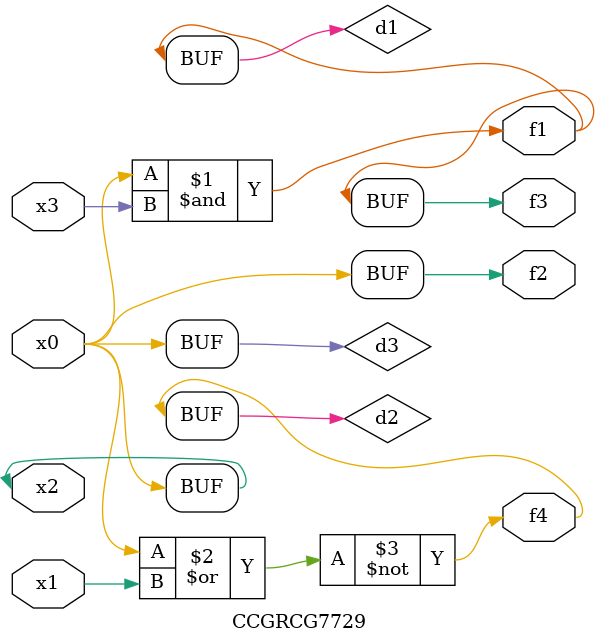
<source format=v>
module CCGRCG7729(
	input x0, x1, x2, x3,
	output f1, f2, f3, f4
);

	wire d1, d2, d3;

	and (d1, x2, x3);
	nor (d2, x0, x1);
	buf (d3, x0, x2);
	assign f1 = d1;
	assign f2 = d3;
	assign f3 = d1;
	assign f4 = d2;
endmodule

</source>
